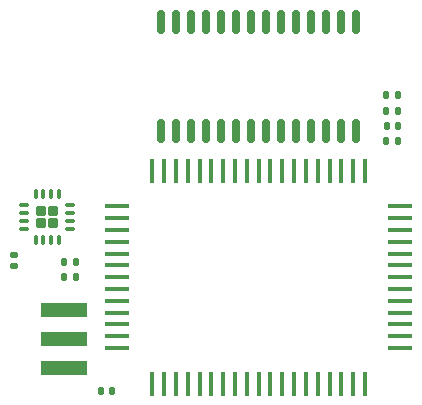
<source format=gbr>
%TF.GenerationSoftware,KiCad,Pcbnew,7.0.5*%
%TF.CreationDate,2024-02-13T07:46:18-05:00*%
%TF.ProjectId,N64SP PCB,4e363453-5020-4504-9342-2e6b69636164,rev?*%
%TF.SameCoordinates,Original*%
%TF.FileFunction,Paste,Top*%
%TF.FilePolarity,Positive*%
%FSLAX46Y46*%
G04 Gerber Fmt 4.6, Leading zero omitted, Abs format (unit mm)*
G04 Created by KiCad (PCBNEW 7.0.5) date 2024-02-13 07:46:18*
%MOMM*%
%LPD*%
G01*
G04 APERTURE LIST*
G04 Aperture macros list*
%AMRoundRect*
0 Rectangle with rounded corners*
0 $1 Rounding radius*
0 $2 $3 $4 $5 $6 $7 $8 $9 X,Y pos of 4 corners*
0 Add a 4 corners polygon primitive as box body*
4,1,4,$2,$3,$4,$5,$6,$7,$8,$9,$2,$3,0*
0 Add four circle primitives for the rounded corners*
1,1,$1+$1,$2,$3*
1,1,$1+$1,$4,$5*
1,1,$1+$1,$6,$7*
1,1,$1+$1,$8,$9*
0 Add four rect primitives between the rounded corners*
20,1,$1+$1,$2,$3,$4,$5,0*
20,1,$1+$1,$4,$5,$6,$7,0*
20,1,$1+$1,$6,$7,$8,$9,0*
20,1,$1+$1,$8,$9,$2,$3,0*%
G04 Aperture macros list end*
%ADD10RoundRect,0.212500X0.212500X-0.212500X0.212500X0.212500X-0.212500X0.212500X-0.212500X-0.212500X0*%
%ADD11RoundRect,0.075000X0.075000X-0.350000X0.075000X0.350000X-0.075000X0.350000X-0.075000X-0.350000X0*%
%ADD12RoundRect,0.075000X0.350000X-0.075000X0.350000X0.075000X-0.350000X0.075000X-0.350000X-0.075000X0*%
%ADD13RoundRect,0.150000X-0.150000X0.875000X-0.150000X-0.875000X0.150000X-0.875000X0.150000X0.875000X0*%
%ADD14R,4.000000X1.300000*%
%ADD15RoundRect,0.140000X-0.140000X-0.170000X0.140000X-0.170000X0.140000X0.170000X-0.140000X0.170000X0*%
%ADD16RoundRect,0.140000X0.170000X-0.140000X0.170000X0.140000X-0.170000X0.140000X-0.170000X-0.140000X0*%
%ADD17RoundRect,0.135000X-0.135000X-0.185000X0.135000X-0.185000X0.135000X0.185000X-0.135000X0.185000X0*%
%ADD18RoundRect,0.135000X0.135000X0.185000X-0.135000X0.185000X-0.135000X-0.185000X0.135000X-0.185000X0*%
%ADD19R,2.000000X0.450000*%
%ADD20R,0.450000X2.000000*%
G04 APERTURE END LIST*
D10*
%TO.C,U13*%
X113575000Y-52125000D03*
X114625000Y-52125000D03*
X113575000Y-51075000D03*
X114625000Y-51075000D03*
D11*
X113125000Y-53550000D03*
X113775000Y-53550000D03*
X114425000Y-53550000D03*
X115075000Y-53550000D03*
D12*
X116050000Y-52575000D03*
X116050000Y-51925000D03*
X116050000Y-51275000D03*
X116050000Y-50625000D03*
D11*
X115075000Y-49650000D03*
X114425000Y-49650000D03*
X113775000Y-49650000D03*
X113125000Y-49650000D03*
D12*
X112150000Y-50625000D03*
X112150000Y-51275000D03*
X112150000Y-51925000D03*
X112150000Y-52575000D03*
%TD*%
D13*
%TO.C,U14*%
X140255000Y-35050000D03*
X138985000Y-35050000D03*
X137715000Y-35050000D03*
X136445000Y-35050000D03*
X135175000Y-35050000D03*
X133905000Y-35050000D03*
X132635000Y-35050000D03*
X131365000Y-35050000D03*
X130095000Y-35050000D03*
X128825000Y-35050000D03*
X127555000Y-35050000D03*
X126285000Y-35050000D03*
X125015000Y-35050000D03*
X123745000Y-35050000D03*
X123745000Y-44350000D03*
X125015000Y-44350000D03*
X126285000Y-44350000D03*
X127555000Y-44350000D03*
X128825000Y-44350000D03*
X130095000Y-44350000D03*
X131365000Y-44350000D03*
X132635000Y-44350000D03*
X133905000Y-44350000D03*
X135175000Y-44350000D03*
X136445000Y-44350000D03*
X137715000Y-44350000D03*
X138985000Y-44350000D03*
X140255000Y-44350000D03*
%TD*%
D14*
%TO.C,Y1*%
X115500000Y-64400000D03*
X115500000Y-59500000D03*
X115500000Y-61900000D03*
%TD*%
D15*
%TO.C,C2*%
X142840000Y-43900000D03*
X143800000Y-43900000D03*
%TD*%
D16*
%TO.C,C36*%
X111260000Y-55750000D03*
X111260000Y-54790000D03*
%TD*%
D15*
%TO.C,C37*%
X118640000Y-66300000D03*
X119600000Y-66300000D03*
%TD*%
D17*
%TO.C,R1*%
X115480000Y-55400000D03*
X116500000Y-55400000D03*
%TD*%
D18*
%TO.C,R7*%
X116520000Y-56700000D03*
X115500000Y-56700000D03*
%TD*%
%TO.C,R11*%
X143800000Y-42600000D03*
X142780000Y-42600000D03*
%TD*%
D17*
%TO.C,R13*%
X142800000Y-45200000D03*
X143820000Y-45200000D03*
%TD*%
D19*
%TO.C,U1*%
X120000000Y-50700000D03*
X120000000Y-51700000D03*
X120000000Y-52700000D03*
X120000000Y-53700000D03*
X120000000Y-54700000D03*
X120000000Y-55700000D03*
X120000000Y-56700000D03*
X120000000Y-57700000D03*
X120000000Y-58700000D03*
X120000000Y-59700000D03*
X120000000Y-60700000D03*
X120000000Y-61700000D03*
X120000000Y-62700000D03*
D20*
X123000000Y-65700000D03*
X124000000Y-65700000D03*
X125000000Y-65700000D03*
X126000000Y-65700000D03*
X127000000Y-65700000D03*
X128000000Y-65700000D03*
X129000000Y-65700000D03*
X130000000Y-65700000D03*
X131000000Y-65700000D03*
X132000000Y-65700000D03*
X133000000Y-65700000D03*
X134000000Y-65700000D03*
X135000000Y-65700000D03*
X136000000Y-65700000D03*
X137000000Y-65700000D03*
X138000000Y-65700000D03*
X139000000Y-65700000D03*
X140000000Y-65700000D03*
X141000000Y-65700000D03*
D19*
X144000000Y-62700000D03*
X144000000Y-61700000D03*
X144000000Y-60700000D03*
X144000000Y-59700000D03*
X144000000Y-58700000D03*
X144000000Y-57700000D03*
X144000000Y-56700000D03*
X144000000Y-55700000D03*
X144000000Y-54700000D03*
X144000000Y-53700000D03*
X144000000Y-52700000D03*
X144000000Y-51700000D03*
X144000000Y-50700000D03*
D20*
X141000000Y-47700000D03*
X140000000Y-47700000D03*
X139000000Y-47700000D03*
X138000000Y-47700000D03*
X137000000Y-47700000D03*
X136000000Y-47700000D03*
X135000000Y-47700000D03*
X134000000Y-47700000D03*
X133000000Y-47700000D03*
X132000000Y-47700000D03*
X131000000Y-47700000D03*
X130000000Y-47700000D03*
X129000000Y-47700000D03*
X128000000Y-47700000D03*
X127000000Y-47700000D03*
X126000000Y-47700000D03*
X125000000Y-47700000D03*
X124000000Y-47700000D03*
X123000000Y-47700000D03*
%TD*%
D18*
%TO.C,R2*%
X143820000Y-41300000D03*
X142800000Y-41300000D03*
%TD*%
M02*

</source>
